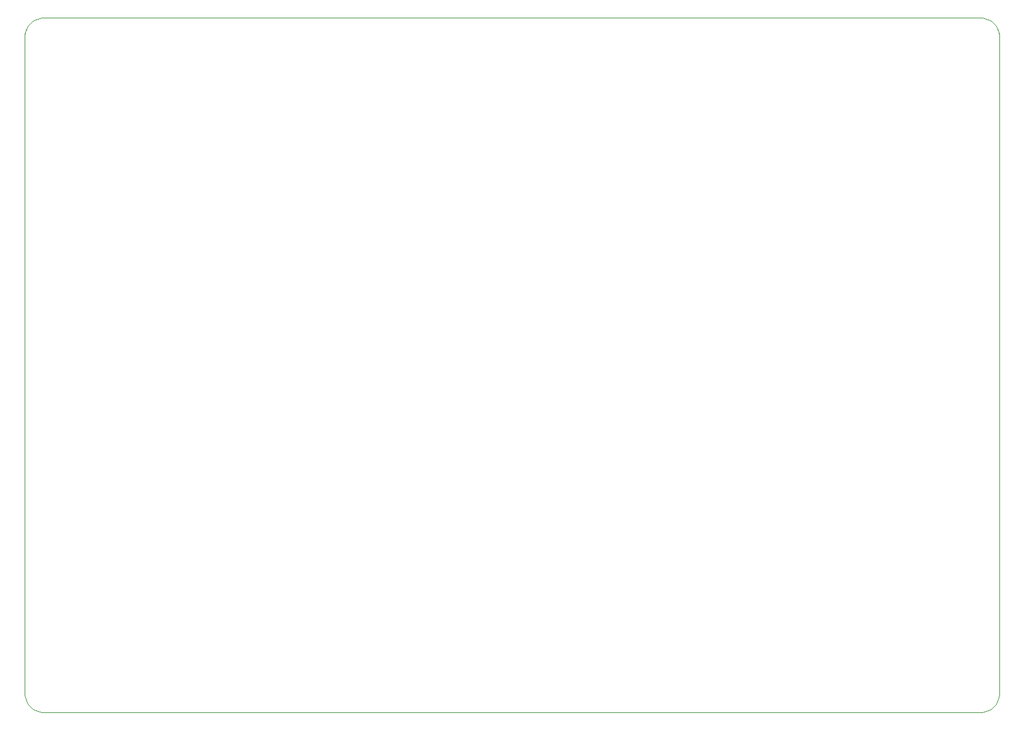
<source format=gko>
G04*
G04 #@! TF.GenerationSoftware,Altium Limited,Altium Designer,21.3.1 (25)*
G04*
G04 Layer_Color=16711935*
%FSLAX25Y25*%
%MOIN*%
G70*
G04*
G04 #@! TF.SameCoordinates,7C546B25-A564-4243-A2DC-5418B6E61E03*
G04*
G04*
G04 #@! TF.FilePolarity,Positive*
G04*
G01*
G75*
%ADD13C,0.00394*%
D13*
X514173Y362205D02*
X514119Y363233D01*
X513958Y364251D01*
X513692Y365246D01*
X513322Y366208D01*
X512855Y367126D01*
X512293Y367990D01*
X511645Y368791D01*
X510917Y369519D01*
X510116Y370167D01*
X509252Y370729D01*
X508334Y371196D01*
X507372Y371566D01*
X506377Y371832D01*
X505360Y371993D01*
X504331Y372047D01*
Y5118D02*
X505360Y5172D01*
X506377Y5333D01*
X507372Y5600D01*
X508334Y5969D01*
X509252Y6437D01*
X510116Y6998D01*
X510917Y7646D01*
X511645Y8375D01*
X512293Y9175D01*
X512855Y10039D01*
X513322Y10957D01*
X513692Y11919D01*
X513958Y12914D01*
X514119Y13932D01*
X514173Y14961D01*
X9843Y372047D02*
X8814Y371993D01*
X7796Y371832D01*
X6801Y371566D01*
X5839Y371196D01*
X4921Y370729D01*
X4057Y370167D01*
X3257Y369519D01*
X2528Y368791D01*
X1880Y367990D01*
X1319Y367126D01*
X851Y366208D01*
X482Y365246D01*
X215Y364251D01*
X54Y363233D01*
X0Y362205D01*
Y14961D02*
X54Y13932D01*
X215Y12914D01*
X482Y11919D01*
X851Y10957D01*
X1319Y10039D01*
X1880Y9175D01*
X2528Y8375D01*
X3257Y7646D01*
X4057Y6998D01*
X4921Y6437D01*
X5839Y5969D01*
X6801Y5600D01*
X7796Y5333D01*
X8814Y5172D01*
X9843Y5118D01*
X514173Y362205D02*
X514173Y14567D01*
X9843Y372047D02*
X504331Y372047D01*
X-0Y362205D02*
X0Y14961D01*
X9843Y5118D02*
X504331D01*
M02*

</source>
